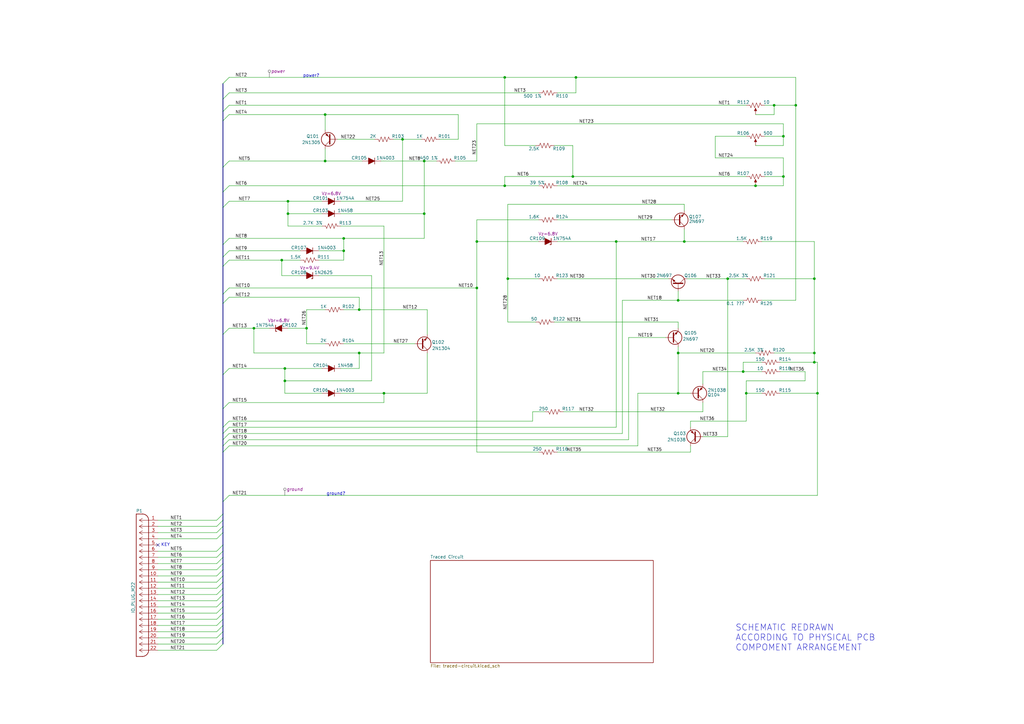
<source format=kicad_sch>
(kicad_sch (version 20231120) (generator "eeschema") (generator_version "8.0")
  (paper "A3")
  (title_block (title "APOLLO ERA MYSTERY PCB ASSEMBLY") (date "2024-11-17"))
  (lib_symbols
    (symbol ".stumbler:DIODE" (pin_numbers hide) (pin_names (offset 1.016) hide)
      (property "Reference" "D" (at 0 2.54 0))
      (property "Value" "DIODE" (at 0 -2.54 0))
      (symbol "DIODE_0_1"
        (polyline (pts (xy -1.27 1.27) (xy -1.27 -1.27)) (stroke (width 0.2032)))
        (polyline (pts (xy 1.27 0) (xy -1.27 0)))
        (polyline (pts (xy 1.27 1.27) (xy 1.27 -1.27) (xy -1.27 0) (xy 1.27 1.27)) (stroke (width 0.2032)) (fill (type outline)))
      )
      (symbol "DIODE_1_1"
        (pin passive line (at -3.81 0 0) (length 2.54) (name "K") (number "1"))
        (pin passive line (at 3.81 0 180) (length 2.54) (name "A") (number "2"))
      )
    )
    (symbol ".stumbler:D_Zener_Filled" (pin_numbers hide) (pin_names (offset 1.016) hide)
      (property "Reference" "D" (at 0 2.54 0))
      (property "Value" "D_Zener_Filled" (at 0 -2.54 0))
      (symbol "D_Zener_Filled_0_1"
        (polyline (pts (xy 1.27 0) (xy -1.27 0)))
        (polyline (pts (xy -1.27 -1.27) (xy -1.27 1.27) (xy -0.762 1.27)) (stroke (width 0.254)))
        (polyline (pts (xy 1.27 -1.27) (xy 1.27 1.27) (xy -1.27 0) (xy 1.27 -1.27)) (stroke (width 0.254)) (fill (type outline)))
      )
      (symbol "D_Zener_Filled_1_1"
        (pin passive line (at -3.81 0 0) (length 2.54) (name "K") (number "1"))
        (pin passive line (at 3.81 0 180) (length 2.54) (name "A") (number "2"))
      )
    )
    (symbol ".stumbler:IO_PLUG_M22" (pin_names (offset 1.016) hide)
      (property "Reference" "P" (at 0 30.48 0))
      (property "Value" "IO_PLUG_M22" (at 0 -30.48 0))
      (symbol "IO_PLUG_M22_1_1"
        (polyline (pts (xy 0 -29.21) (xy 2.54 -29.21)) (stroke (width 0.254)))
        (polyline (pts (xy 0 29.21) (xy 0 -29.21)) (stroke (width 0.254)))
        (polyline (pts (xy 0 29.21) (xy 2.54 29.21)) (stroke (width 0.254)))
        (polyline (pts (xy 1.27 -26.67) (xy 2.54 -27.432)) (stroke (width 0.1524)))
        (polyline (pts (xy 1.27 -26.67) (xy 2.54 -25.908)) (stroke (width 0.1524)))
        (polyline (pts (xy 1.27 -24.13) (xy 2.54 -24.892)) (stroke (width 0.1524)))
        (polyline (pts (xy 1.27 -24.13) (xy 2.54 -23.368)) (stroke (width 0.1524)))
        (polyline (pts (xy 1.27 -21.59) (xy 2.54 -22.352)) (stroke (width 0.1524)))
        (polyline (pts (xy 1.27 -21.59) (xy 2.54 -20.828)) (stroke (width 0.1524)))
        (polyline (pts (xy 1.27 -19.05) (xy 2.54 -19.812)) (stroke (width 0.1524)))
        (polyline (pts (xy 1.27 -19.05) (xy 2.54 -18.288)) (stroke (width 0.1524)))
        (polyline (pts (xy 1.27 -16.51) (xy 2.54 -17.272)) (stroke (width 0.1524)))
        (polyline (pts (xy 1.27 -16.51) (xy 2.54 -15.748)) (stroke (width 0.1524)))
        (polyline (pts (xy 1.27 -13.97) (xy 2.54 -14.732)) (stroke (width 0.1524)))
        (polyline (pts (xy 1.27 -13.97) (xy 2.54 -13.208)) (stroke (width 0.1524)))
        (polyline (pts (xy 1.27 -11.43) (xy 2.54 -12.192)) (stroke (width 0.1524)))
        (polyline (pts (xy 1.27 -11.43) (xy 2.54 -10.668)) (stroke (width 0.1524)))
        (polyline (pts (xy 1.27 -8.89) (xy 2.54 -9.652)) (stroke (width 0.1524)))
        (polyline (pts (xy 1.27 -8.89) (xy 2.54 -8.128)) (stroke (width 0.1524)))
        (polyline (pts (xy 1.27 -6.35) (xy 2.54 -7.112)) (stroke (width 0.1524)))
        (polyline (pts (xy 1.27 -6.35) (xy 2.54 -5.588)) (stroke (width 0.1524)))
        (polyline (pts (xy 1.27 -3.81) (xy 2.54 -4.572)) (stroke (width 0.1524)))
        (polyline (pts (xy 1.27 -3.81) (xy 2.54 -3.048)) (stroke (width 0.1524)))
        (polyline (pts (xy 1.27 -1.27) (xy 2.54 -2.032)) (stroke (width 0.1524)))
        (polyline (pts (xy 1.27 -1.27) (xy 2.54 -0.508)) (stroke (width 0.1524)))
        (polyline (pts (xy 1.27 1.27) (xy 2.54 0.508)) (stroke (width 0.1524)))
        (polyline (pts (xy 1.27 1.27) (xy 2.54 2.032)) (stroke (width 0.1524)))
        (polyline (pts (xy 1.27 3.81) (xy 2.54 3.048)) (stroke (width 0.1524)))
        (polyline (pts (xy 1.27 3.81) (xy 2.54 4.572)) (stroke (width 0.1524)))
        (polyline (pts (xy 1.27 6.35) (xy 2.54 5.588)) (stroke (width 0.1524)))
        (polyline (pts (xy 1.27 6.35) (xy 2.54 7.112)) (stroke (width 0.1524)))
        (polyline (pts (xy 1.27 8.89) (xy 2.54 8.128)) (stroke (width 0.1524)))
        (polyline (pts (xy 1.27 8.89) (xy 2.54 9.652)) (stroke (width 0.1524)))
        (polyline (pts (xy 1.27 11.43) (xy 2.54 10.668)) (stroke (width 0.1524)))
        (polyline (pts (xy 1.27 11.43) (xy 2.54 12.192)) (stroke (width 0.1524)))
        (polyline (pts (xy 1.27 13.97) (xy 2.54 13.208)) (stroke (width 0.1524)))
        (polyline (pts (xy 1.27 13.97) (xy 2.54 14.732)) (stroke (width 0.1524)))
        (polyline (pts (xy 1.27 16.51) (xy 2.54 15.748)) (stroke (width 0.1524)))
        (polyline (pts (xy 1.27 16.51) (xy 2.54 17.272)) (stroke (width 0.1524)))
        (polyline (pts (xy 1.27 19.05) (xy 2.54 18.288)) (stroke (width 0.1524)))
        (polyline (pts (xy 1.27 19.05) (xy 2.54 19.812)) (stroke (width 0.1524)))
        (polyline (pts (xy 1.27 21.59) (xy 2.54 20.828)) (stroke (width 0.1524)))
        (polyline (pts (xy 1.27 21.59) (xy 2.54 22.352)) (stroke (width 0.1524)))
        (polyline (pts (xy 1.27 24.13) (xy 2.54 23.368)) (stroke (width 0.1524)))
        (polyline (pts (xy 1.27 24.13) (xy 2.54 24.892)) (stroke (width 0.1524)))
        (polyline (pts (xy 1.27 26.67) (xy 2.54 25.908)) (stroke (width 0.1524)))
        (polyline (pts (xy 1.27 26.67) (xy 2.54 27.432)) (stroke (width 0.1524)))
        (polyline (pts (xy 5.08 -26.67) (xy 1.27 -26.67)) (stroke (width 0.1524)))
        (polyline (pts (xy 5.08 -24.13) (xy 1.27 -24.13)) (stroke (width 0.1524)))
        (polyline (pts (xy 5.08 -21.59) (xy 1.27 -21.59)) (stroke (width 0.1524)))
        (polyline (pts (xy 5.08 -19.05) (xy 1.27 -19.05)) (stroke (width 0.1524)))
        (polyline (pts (xy 5.08 -16.51) (xy 1.27 -16.51)) (stroke (width 0.1524)))
        (polyline (pts (xy 5.08 -13.97) (xy 1.27 -13.97)) (stroke (width 0.1524)))
        (polyline (pts (xy 5.08 -11.43) (xy 1.27 -11.43)) (stroke (width 0.1524)))
        (polyline (pts (xy 5.08 -8.89) (xy 1.27 -8.89)) (stroke (width 0.1524)))
        (polyline (pts (xy 5.08 -6.35) (xy 1.27 -6.35)) (stroke (width 0.1524)))
        (polyline (pts (xy 5.08 -3.81) (xy 1.27 -3.81)) (stroke (width 0.1524)))
        (polyline (pts (xy 5.08 -1.27) (xy 1.27 -1.27)) (stroke (width 0.1524)))
        (polyline (pts (xy 5.08 1.27) (xy 1.27 1.27)) (stroke (width 0.1524)))
        (polyline (pts (xy 5.08 3.81) (xy 1.27 3.81)) (stroke (width 0.1524)))
        (polyline (pts (xy 5.08 6.35) (xy 1.27 6.35)) (stroke (width 0.1524)))
        (polyline (pts (xy 5.08 8.89) (xy 1.27 8.89)) (stroke (width 0.1524)))
        (polyline (pts (xy 5.08 11.43) (xy 1.27 11.43)) (stroke (width 0.1524)))
        (polyline (pts (xy 5.08 13.97) (xy 1.27 13.97)) (stroke (width 0.1524)))
        (polyline (pts (xy 5.08 16.51) (xy 1.27 16.51)) (stroke (width 0.1524)))
        (polyline (pts (xy 5.08 19.05) (xy 1.27 19.05)) (stroke (width 0.1524)))
        (polyline (pts (xy 5.08 21.59) (xy 1.27 21.59)) (stroke (width 0.1524)))
        (polyline (pts (xy 5.08 24.13) (xy 1.27 24.13)) (stroke (width 0.1524)))
        (polyline (pts (xy 5.08 26.67) (xy 1.27 26.67)) (stroke (width 0.1524)))
        (polyline (pts (xy 5.08 26.67) (xy 5.08 -26.67)) (stroke (width 0.254)))
        (arc (start 2.54 -29.21) (mid 4.3234 -28.4534) (end 5.08 -26.67) (stroke (width 0.254)))
        (arc (start 5.08 26.67) (mid 4.3413 28.4713) (end 2.54 29.21) (stroke (width 0.254)))
        (pin passive line (at 8.89 26.67 180) (length 3.81) (name "Pin_1") (number "1"))
        (pin passive line (at 8.89 3.81 180) (length 3.81) (name "Pin_10") (number "10"))
        (pin passive line (at 8.89 1.27 180) (length 3.81) (name "Pin_11") (number "11"))
        (pin passive line (at 8.89 -1.27 180) (length 3.81) (name "Pin_12") (number "12"))
        (pin passive line (at 8.89 -3.81 180) (length 3.81) (name "Pin_13") (number "13"))
        (pin passive line (at 8.89 -6.35 180) (length 3.81) (name "Pin_14") (number "14"))
        (pin passive line (at 8.89 -8.89 180) (length 3.81) (name "Pin_15") (number "15"))
        (pin passive line (at 8.89 -11.43 180) (length 3.81) (name "Pin_16") (number "16"))
        (pin passive line (at 8.89 -13.97 180) (length 3.81) (name "Pin_17") (number "17"))
        (pin passive line (at 8.89 -16.51 180) (length 3.81) (name "Pin_18") (number "18"))
        (pin passive line (at 8.89 -19.05 180) (length 3.81) (name "Pin_19") (number "19"))
        (pin passive line (at 8.89 24.13 180) (length 3.81) (name "Pin_2") (number "2"))
        (pin passive line (at 8.89 -21.59 180) (length 3.81) (name "Pin_20") (number "20"))
        (pin passive line (at 8.89 -24.13 180) (length 3.81) (name "Pin_21") (number "21"))
        (pin passive line (at 8.89 -26.67 180) (length 3.81) (name "Pin_22") (number "22"))
        (pin passive line (at 8.89 21.59 180) (length 3.81) (name "Pin_3") (number "3"))
        (pin passive line (at 8.89 19.05 180) (length 3.81) (name "Pin_4") (number "4"))
        (pin passive line (at 8.89 16.51 180) (length 3.81) (name "Pin_5") (number "5"))
        (pin passive line (at 8.89 13.97 180) (length 3.81) (name "Pin_6") (number "6"))
        (pin passive line (at 8.89 11.43 180) (length 3.81) (name "Pin_7") (number "7"))
        (pin passive line (at 8.89 8.89 180) (length 3.81) (name "Pin_8") (number "8"))
        (pin passive line (at 8.89 6.35 180) (length 3.81) (name "Pin_9") (number "9"))
      )
    )
    (symbol ".stumbler:Q_NPN_EBC_SHORT" (pin_numbers hide) (pin_names (offset 0) hide)
      (property "Reference" "Q" (at 5.08 1.27 0))
      (property "Value" "Q_NPN_EBC" (at 5.08 -1.27 0))
      (symbol "Q_NPN_EBC_SHORT_0_1"
        (polyline (pts (xy -1.27 0) (xy 0.635 0)))
        (polyline (pts (xy 0.635 0.635) (xy 2.54 2.54)))
        (polyline (pts (xy 0.635 -0.635) (xy 2.54 -2.54) (xy 2.54 -2.54)))
        (polyline (pts (xy 0.635 1.905) (xy 0.635 -1.905) (xy 0.635 -1.905)) (stroke (width 0.508)))
        (polyline (pts (xy 1.27 -1.778) (xy 1.778 -1.27) (xy 2.286 -2.286) (xy 1.27 -1.778) (xy 1.27 -1.778)) (fill (type outline)))
        (circle (center 1.27 0) (radius 2.8194) (stroke (width 0.254)))
      )
      (symbol "Q_NPN_EBC_SHORT_1_1"
        (pin passive line (at 2.54 -3.81 90) (length 1.27) (name "E") (number "1"))
        (pin passive line (at -2.54 0 0) (length 1.27) (name "B") (number "2"))
        (pin passive line (at 2.54 3.81 270) (length 1.27) (name "C") (number "3"))
      )
    )
    (symbol ".stumbler:Q_PNP_EBC_SHORT" (pin_numbers hide) (pin_names (offset 0) hide)
      (property "Reference" "Q" (at 5.08 1.27 0))
      (property "Value" "Q_PNP_EBC" (at 5.08 -1.27 0))
      (symbol "Q_PNP_EBC_SHORT_0_1"
        (polyline (pts (xy -1.27 0) (xy 0.635 0)))
        (polyline (pts (xy 0.635 0.635) (xy 2.54 2.54)))
        (polyline (pts (xy 0.635 -0.635) (xy 2.54 -2.54) (xy 2.54 -2.54)))
        (polyline (pts (xy 0.635 1.905) (xy 0.635 -1.905) (xy 0.635 -1.905)) (stroke (width 0.508)))
        (polyline (pts (xy 2.286 -1.778) (xy 1.778 -2.286) (xy 1.27 -1.27) (xy 2.286 -1.778) (xy 2.286 -1.778)) (fill (type outline)))
        (circle (center 1.27 0) (radius 2.8194) (stroke (width 0.254)))
      )
      (symbol "Q_PNP_EBC_SHORT_1_1"
        (pin passive line (at 2.54 -3.81 90) (length 1.27) (name "E") (number "1"))
        (pin input line (at -2.54 0 0) (length 1.27) (name "B") (number "2"))
        (pin passive line (at 2.54 3.81 270) (length 1.27) (name "C") (number "3"))
      )
    )
    (symbol ".stumbler:RES" (pin_numbers hide) (pin_names (offset 0))
      (property "Reference" "R" (at 2.54 0 90))
      (property "Value" "RES" (at -2.54 0 90))
      (symbol "RES_0_1"
        (polyline (pts (xy 0 -2.286) (xy 0 -2.54)))
        (polyline (pts (xy 0 2.286) (xy 0 2.54)))
        (polyline (pts (xy 0 -0.762) (xy 1.016 -1.143) (xy 0 -1.524) (xy -1.016 -1.905) (xy 0 -2.286)))
        (polyline (pts (xy 0 0.762) (xy 1.016 0.381) (xy 0 0) (xy -1.016 -0.381) (xy 0 -0.762)))
        (polyline (pts (xy 0 2.286) (xy 1.016 1.905) (xy 0 1.524) (xy -1.016 1.143) (xy 0 0.762)))
      )
      (symbol "RES_1_1"
        (pin passive line (at 0 3.81 270) (length 1.27) (name "~") (number "1"))
        (pin passive line (at 0 -3.81 90) (length 1.27) (name "~") (number "2"))
      )
    )
    (symbol ".stumbler:R_Potentiometer_US" (pin_numbers hide) (pin_names (offset 1.016) hide)
      (property "Reference" "RV" (at -4.445 0 90))
      (property "Value" "R_Potentiometer_US" (at -2.54 0 90))
      (symbol "R_Potentiometer_US_0_1"
        (polyline (pts (xy 0 -2.286) (xy 0 -2.54)))
        (polyline (pts (xy 0 2.54) (xy 0 2.286)))
        (polyline (pts (xy 2.54 0) (xy 1.524 0)))
        (polyline (pts (xy 1.143 0) (xy 2.286 0.508) (xy 2.286 -0.508) (xy 1.143 0)) (fill (type outline)))
        (polyline (pts (xy 0 -0.762) (xy 1.016 -1.143) (xy 0 -1.524) (xy -1.016 -1.905) (xy 0 -2.286)))
        (polyline (pts (xy 0 0.762) (xy 1.016 0.381) (xy 0 0) (xy -1.016 -0.381) (xy 0 -0.762)))
        (polyline (pts (xy 0 2.286) (xy 1.016 1.905) (xy 0 1.524) (xy -1.016 1.143) (xy 0 0.762)))
      )
      (symbol "R_Potentiometer_US_1_1"
        (pin passive line (at 0 3.81 270) (length 1.27) (name "1") (number "1"))
        (pin passive line (at 3.81 0 180) (length 1.27) (name "2") (number "2"))
        (pin passive line (at 0 -3.81 90) (length 1.27) (name "3") (number "3"))
      )
    )
  )
  (junction (at 118.11 82.55))
  (junction (at 321.31 55.88))
  (junction (at 140.97 97.79))
  (junction (at 334.01 114.3))
  (junction (at 165.1 57.15))
  (junction (at 115.57 106.68))
  (junction (at 234.95 72.39))
  (junction (at 236.22 31.75))
  (junction (at 140.97 102.87))
  (junction (at 173.99 87.63))
  (junction (at 334.01 148.59))
  (junction (at 317.5 43.18))
  (junction (at 278.13 161.29))
  (junction (at 208.28 114.3))
  (junction (at 116.84 156.21))
  (junction (at 298.45 114.3))
  (junction (at 133.35 46.99))
  (junction (at 207.01 76.2))
  (junction (at 147.32 127))
  (junction (at 335.28 161.29))
  (junction (at 252.73 99.06))
  (junction (at 304.8 152.4))
  (junction (at 326.39 43.18))
  (junction (at 278.13 123.19))
  (junction (at 195.58 118.11))
  (junction (at 157.48 161.29))
  (junction (at 309.88 76.2))
  (junction (at 321.31 72.39))
  (junction (at 280.67 99.06))
  (junction (at 104.14 134.62))
  (junction (at 207.01 31.75))
  (junction (at 118.11 87.63))
  (junction (at 133.35 66.04))
  (junction (at 195.58 99.06))
  (junction (at 147.32 144.78))
  (junction (at 116.84 151.13))
  (junction (at 173.99 66.04))
  (junction (at 125.73 134.62))
  (junction (at 334.01 144.78))
  (junction (at 306.07 161.29))
  (junction (at 278.13 144.78))
  (no_connect (at 64.77 223.52))
  (bus_entry (at 91.44 175.26) (size 2.54 -2.54))
  (bus_entry (at 88.9 243.84) (size 2.54 -2.54))
  (bus_entry (at 91.44 45.72) (size 2.54 -2.54))
  (bus_entry (at 91.44 205.74) (size 2.54 -2.54))
  (bus_entry (at 88.9 226.06) (size 2.54 -2.54))
  (bus_entry (at 91.44 167.64) (size 2.54 -2.54))
  (bus_entry (at 91.44 49.53) (size 2.54 -2.54))
  (bus_entry (at 88.9 246.38) (size 2.54 -2.54))
  (bus_entry (at 88.9 233.68) (size 2.54 -2.54))
  (bus_entry (at 91.44 40.64) (size 2.54 -2.54))
  (bus_entry (at 88.9 261.62) (size 2.54 -2.54))
  (bus_entry (at 88.9 213.36) (size 2.54 -2.54))
  (bus_entry (at 91.44 153.67) (size 2.54 -2.54))
  (bus_entry (at 91.44 109.22) (size 2.54 -2.54))
  (bus_entry (at 88.9 259.08) (size 2.54 -2.54))
  (bus_entry (at 91.44 182.88) (size 2.54 -2.54))
  (bus_entry (at 91.44 105.41) (size 2.54 -2.54))
  (bus_entry (at 88.9 228.6) (size 2.54 -2.54))
  (bus_entry (at 91.44 85.09) (size 2.54 -2.54))
  (bus_entry (at 88.9 218.44) (size 2.54 -2.54))
  (bus_entry (at 88.9 236.22) (size 2.54 -2.54))
  (bus_entry (at 91.44 78.74) (size 2.54 -2.54))
  (bus_entry (at 88.9 215.9) (size 2.54 -2.54))
  (bus_entry (at 91.44 100.33) (size 2.54 -2.54))
  (bus_entry (at 91.44 180.34) (size 2.54 -2.54))
  (bus_entry (at 88.9 231.14) (size 2.54 -2.54))
  (bus_entry (at 88.9 254) (size 2.54 -2.54))
  (bus_entry (at 91.44 137.16) (size 2.54 -2.54))
  (bus_entry (at 88.9 220.98) (size 2.54 -2.54))
  (bus_entry (at 88.9 266.7) (size 2.54 -2.54))
  (bus_entry (at 88.9 264.16) (size 2.54 -2.54))
  (bus_entry (at 91.44 68.58) (size 2.54 -2.54))
  (bus_entry (at 91.44 120.65) (size 2.54 -2.54))
  (bus_entry (at 88.9 251.46) (size 2.54 -2.54))
  (bus_entry (at 91.44 34.29) (size 2.54 -2.54))
  (bus_entry (at 88.9 238.76) (size 2.54 -2.54))
  (bus_entry (at 91.44 124.46) (size 2.54 -2.54))
  (bus_entry (at 88.9 241.3) (size 2.54 -2.54))
  (bus_entry (at 88.9 248.92) (size 2.54 -2.54))
  (bus_entry (at 91.44 177.8) (size 2.54 -2.54))
  (bus_entry (at 91.44 185.42) (size 2.54 -2.54))
  (bus_entry (at 88.9 256.54) (size 2.54 -2.54))
  (wire (pts (xy 195.58 118.11) (xy 195.58 185.42)))
  (wire (pts (xy 64.77 218.44) (xy 88.9 218.44)))
  (wire (pts (xy 64.77 236.22) (xy 88.9 236.22)))
  (bus (pts (xy 91.44 78.74) (xy 91.44 85.09)))
  (wire (pts (xy 64.77 251.46) (xy 88.9 251.46)))
  (wire (pts (xy 309.88 46.99) (xy 317.5 46.99)))
  (wire (pts (xy 257.81 180.34) (xy 257.81 138.43)))
  (wire (pts (xy 118.11 87.63) (xy 132.08 87.63)))
  (wire (pts (xy 64.77 215.9) (xy 88.9 215.9)))
  (wire (pts (xy 288.29 179.07) (xy 298.45 179.07)))
  (wire (pts (xy 173.99 87.63) (xy 173.99 97.79)))
  (wire (pts (xy 93.98 118.11) (xy 195.58 118.11)))
  (wire (pts (xy 93.98 203.2) (xy 335.28 203.2)))
  (bus (pts (xy 91.44 167.64) (xy 91.44 175.26)))
  (bus (pts (xy 91.44 241.3) (xy 91.44 243.84)))
  (wire (pts (xy 157.48 144.78) (xy 147.32 144.78)))
  (wire (pts (xy 228.6 114.3) (xy 274.32 114.3)))
  (wire (pts (xy 320.04 148.59) (xy 334.01 148.59)))
  (wire (pts (xy 335.28 161.29) (xy 335.28 203.2)))
  (wire (pts (xy 173.99 66.04) (xy 173.99 87.63)))
  (wire (pts (xy 335.28 148.59) (xy 334.01 148.59)))
  (bus (pts (xy 91.44 34.29) (xy 91.44 40.64)))
  (wire (pts (xy 261.62 161.29) (xy 278.13 161.29)))
  (wire (pts (xy 293.37 64.77) (xy 321.31 64.77)))
  (wire (pts (xy 93.98 82.55) (xy 118.11 82.55)))
  (wire (pts (xy 175.26 144.78) (xy 175.26 161.29)))
  (wire (pts (xy 280.67 86.36) (xy 280.67 83.82)))
  (wire (pts (xy 64.77 259.08) (xy 88.9 259.08)))
  (wire (pts (xy 195.58 99.06) (xy 195.58 118.11)))
  (wire (pts (xy 321.31 50.8) (xy 195.58 50.8)))
  (bus (pts (xy 91.44 254) (xy 91.44 256.54)))
  (wire (pts (xy 321.31 72.39) (xy 313.69 72.39)))
  (bus (pts (xy 91.44 251.46) (xy 91.44 254)))
  (bus (pts (xy 91.44 226.06) (xy 91.44 228.6)))
  (wire (pts (xy 317.5 43.18) (xy 326.39 43.18)))
  (wire (pts (xy 118.11 82.55) (xy 132.08 82.55)))
  (wire (pts (xy 116.84 151.13) (xy 116.84 156.21)))
  (wire (pts (xy 93.98 31.75) (xy 207.01 31.75)))
  (wire (pts (xy 139.7 161.29) (xy 157.48 161.29)))
  (bus (pts (xy 91.44 215.9) (xy 91.44 218.44)))
  (wire (pts (xy 118.11 87.63) (xy 118.11 92.71)))
  (wire (pts (xy 64.77 226.06) (xy 88.9 226.06)))
  (wire (pts (xy 228.6 90.17) (xy 275.59 90.17)))
  (wire (pts (xy 165.1 82.55) (xy 165.1 57.15)))
  (wire (pts (xy 133.35 66.04) (xy 148.59 66.04)))
  (wire (pts (xy 280.67 99.06) (xy 304.8 99.06)))
  (bus (pts (xy 91.44 243.84) (xy 91.44 246.38)))
  (wire (pts (xy 147.32 121.92) (xy 147.32 127)))
  (wire (pts (xy 64.77 246.38) (xy 88.9 246.38)))
  (wire (pts (xy 64.77 261.62) (xy 88.9 261.62)))
  (wire (pts (xy 255.27 123.19) (xy 278.13 123.19)))
  (wire (pts (xy 125.73 134.62) (xy 125.73 127)))
  (wire (pts (xy 64.77 233.68) (xy 88.9 233.68)))
  (wire (pts (xy 255.27 123.19) (xy 255.27 177.8)))
  (wire (pts (xy 304.8 152.4) (xy 312.42 152.4)))
  (bus (pts (xy 91.44 223.52) (xy 91.44 226.06)))
  (bus (pts (xy 91.44 177.8) (xy 91.44 180.34)))
  (wire (pts (xy 147.32 151.13) (xy 139.7 151.13)))
  (wire (pts (xy 234.95 72.39) (xy 306.07 72.39)))
  (wire (pts (xy 93.98 180.34) (xy 257.81 180.34)))
  (wire (pts (xy 326.39 43.18) (xy 326.39 31.75)))
  (wire (pts (xy 180.34 57.15) (xy 187.96 57.15)))
  (wire (pts (xy 320.04 152.4) (xy 330.2 152.4)))
  (wire (pts (xy 64.77 256.54) (xy 88.9 256.54)))
  (wire (pts (xy 231.14 168.91) (xy 288.29 168.91)))
  (wire (pts (xy 125.73 127) (xy 133.35 127)))
  (wire (pts (xy 140.97 97.79) (xy 140.97 102.87)))
  (wire (pts (xy 304.8 148.59) (xy 304.8 152.4)))
  (wire (pts (xy 139.7 82.55) (xy 165.1 82.55)))
  (wire (pts (xy 207.01 59.69) (xy 219.71 59.69)))
  (wire (pts (xy 93.98 102.87) (xy 123.19 102.87)))
  (bus (pts (xy 91.44 180.34) (xy 91.44 182.88)))
  (wire (pts (xy 330.2 156.21) (xy 306.07 156.21)))
  (wire (pts (xy 317.5 144.78) (xy 334.01 144.78)))
  (wire (pts (xy 208.28 132.08) (xy 208.28 114.3)))
  (wire (pts (xy 288.29 152.4) (xy 288.29 157.48)))
  (wire (pts (xy 257.81 138.43) (xy 273.05 138.43)))
  (wire (pts (xy 118.11 92.71) (xy 132.08 92.71)))
  (wire (pts (xy 173.99 87.63) (xy 139.7 87.63)))
  (wire (pts (xy 133.35 46.99) (xy 133.35 53.34)))
  (wire (pts (xy 93.98 97.79) (xy 140.97 97.79)))
  (wire (pts (xy 293.37 55.88) (xy 306.07 55.88)))
  (wire (pts (xy 283.21 185.42) (xy 283.21 182.88)))
  (wire (pts (xy 116.84 156.21) (xy 152.4 156.21)))
  (wire (pts (xy 306.07 161.29) (xy 312.42 161.29)))
  (wire (pts (xy 118.11 134.62) (xy 125.73 134.62)))
  (wire (pts (xy 252.73 99.06) (xy 280.67 99.06)))
  (wire (pts (xy 326.39 123.19) (xy 326.39 43.18)))
  (wire (pts (xy 228.6 38.1) (xy 236.22 38.1)))
  (bus (pts (xy 91.44 40.64) (xy 91.44 45.72)))
  (wire (pts (xy 313.69 114.3) (xy 334.01 114.3)))
  (wire (pts (xy 64.77 228.6) (xy 88.9 228.6)))
  (wire (pts (xy 115.57 106.68) (xy 115.57 113.03)))
  (wire (pts (xy 208.28 83.82) (xy 280.67 83.82)))
  (wire (pts (xy 280.67 93.98) (xy 280.67 99.06)))
  (wire (pts (xy 93.98 76.2) (xy 207.01 76.2)))
  (wire (pts (xy 93.98 175.26) (xy 252.73 175.26)))
  (wire (pts (xy 64.77 254) (xy 88.9 254)))
  (wire (pts (xy 104.14 144.78) (xy 147.32 144.78)))
  (wire (pts (xy 334.01 114.3) (xy 334.01 144.78)))
  (wire (pts (xy 118.11 82.55) (xy 118.11 87.63)))
  (wire (pts (xy 133.35 46.99) (xy 187.96 46.99)))
  (bus (pts (xy 91.44 49.53) (xy 91.44 68.58)))
  (wire (pts (xy 116.84 156.21) (xy 116.84 161.29)))
  (bus (pts (xy 91.44 238.76) (xy 91.44 241.3)))
  (bus (pts (xy 91.44 182.88) (xy 91.44 185.42)))
  (wire (pts (xy 152.4 113.03) (xy 152.4 156.21)))
  (wire (pts (xy 278.13 144.78) (xy 309.88 144.78)))
  (wire (pts (xy 161.29 57.15) (xy 165.1 57.15)))
  (bus (pts (xy 91.44 105.41) (xy 91.44 109.22)))
  (bus (pts (xy 91.44 210.82) (xy 91.44 213.36)))
  (wire (pts (xy 93.98 43.18) (xy 306.07 43.18)))
  (wire (pts (xy 187.96 57.15) (xy 187.96 46.99)))
  (bus (pts (xy 91.44 153.67) (xy 91.44 167.64)))
  (wire (pts (xy 115.57 113.03) (xy 123.19 113.03)))
  (wire (pts (xy 219.71 132.08) (xy 208.28 132.08)))
  (bus (pts (xy 91.44 256.54) (xy 91.44 259.08)))
  (wire (pts (xy 104.14 134.62) (xy 110.49 134.62)))
  (wire (pts (xy 147.32 127) (xy 140.97 127)))
  (wire (pts (xy 125.73 140.97) (xy 125.73 134.62)))
  (bus (pts (xy 91.44 109.22) (xy 91.44 120.65)))
  (wire (pts (xy 195.58 50.8) (xy 195.58 66.04)))
  (bus (pts (xy 91.44 100.33) (xy 91.44 105.41)))
  (bus (pts (xy 91.44 233.68) (xy 91.44 236.22)))
  (wire (pts (xy 207.01 76.2) (xy 207.01 72.39)))
  (wire (pts (xy 309.88 76.2) (xy 321.31 76.2)))
  (wire (pts (xy 208.28 114.3) (xy 208.28 83.82)))
  (wire (pts (xy 93.98 38.1) (xy 220.98 38.1)))
  (wire (pts (xy 138.43 57.15) (xy 153.67 57.15)))
  (wire (pts (xy 207.01 31.75) (xy 207.01 59.69)))
  (wire (pts (xy 207.01 31.75) (xy 236.22 31.75)))
  (wire (pts (xy 283.21 175.26) (xy 283.21 172.72)))
  (wire (pts (xy 227.33 132.08) (xy 278.13 132.08)))
  (wire (pts (xy 195.58 99.06) (xy 220.98 99.06)))
  (wire (pts (xy 317.5 46.99) (xy 317.5 43.18)))
  (wire (pts (xy 157.48 161.29) (xy 175.26 161.29)))
  (wire (pts (xy 321.31 64.77) (xy 321.31 72.39)))
  (wire (pts (xy 321.31 55.88) (xy 321.31 59.69)))
  (wire (pts (xy 312.42 99.06) (xy 334.01 99.06)))
  (wire (pts (xy 227.33 59.69) (xy 234.95 59.69)))
  (wire (pts (xy 93.98 165.1) (xy 157.48 165.1)))
  (wire (pts (xy 278.13 144.78) (xy 278.13 161.29)))
  (wire (pts (xy 313.69 43.18) (xy 317.5 43.18)))
  (wire (pts (xy 130.81 113.03) (xy 152.4 113.03)))
  (wire (pts (xy 278.13 161.29) (xy 283.21 161.29)))
  (wire (pts (xy 140.97 102.87) (xy 130.81 102.87)))
  (wire (pts (xy 147.32 144.78) (xy 147.32 151.13)))
  (wire (pts (xy 64.77 266.7) (xy 88.9 266.7)))
  (wire (pts (xy 195.58 90.17) (xy 220.98 90.17)))
  (wire (pts (xy 157.48 161.29) (xy 157.48 165.1)))
  (wire (pts (xy 306.07 161.29) (xy 306.07 172.72)))
  (bus (pts (xy 91.44 45.72) (xy 91.44 49.53)))
  (wire (pts (xy 130.81 106.68) (xy 140.97 106.68)))
  (wire (pts (xy 293.37 64.77) (xy 293.37 55.88)))
  (wire (pts (xy 334.01 99.06) (xy 334.01 114.3)))
  (wire (pts (xy 261.62 182.88) (xy 261.62 161.29)))
  (wire (pts (xy 288.29 152.4) (xy 304.8 152.4)))
  (bus (pts (xy 91.44 228.6) (xy 91.44 231.14)))
  (wire (pts (xy 278.13 123.19) (xy 304.8 123.19)))
  (bus (pts (xy 91.44 68.58) (xy 91.44 78.74)))
  (wire (pts (xy 195.58 99.06) (xy 195.58 90.17)))
  (wire (pts (xy 116.84 161.29) (xy 132.08 161.29)))
  (bus (pts (xy 91.44 218.44) (xy 91.44 223.52)))
  (bus (pts (xy 91.44 246.38) (xy 91.44 248.92)))
  (wire (pts (xy 133.35 140.97) (xy 125.73 140.97)))
  (wire (pts (xy 334.01 144.78) (xy 334.01 148.59)))
  (wire (pts (xy 140.97 97.79) (xy 173.99 97.79)))
  (wire (pts (xy 104.14 134.62) (xy 104.14 144.78)))
  (wire (pts (xy 278.13 119.38) (xy 278.13 123.19)))
  (bus (pts (xy 91.44 213.36) (xy 91.44 215.9)))
  (wire (pts (xy 313.69 55.88) (xy 321.31 55.88)))
  (wire (pts (xy 330.2 152.4) (xy 330.2 156.21)))
  (wire (pts (xy 133.35 60.96) (xy 133.35 66.04)))
  (wire (pts (xy 93.98 66.04) (xy 133.35 66.04)))
  (wire (pts (xy 93.98 134.62) (xy 104.14 134.62)))
  (wire (pts (xy 64.77 231.14) (xy 88.9 231.14)))
  (wire (pts (xy 64.77 220.98) (xy 88.9 220.98)))
  (wire (pts (xy 165.1 57.15) (xy 172.72 57.15)))
  (bus (pts (xy 91.44 124.46) (xy 91.44 137.16)))
  (wire (pts (xy 218.44 168.91) (xy 218.44 172.72)))
  (wire (pts (xy 321.31 76.2) (xy 321.31 72.39)))
  (bus (pts (xy 91.44 185.42) (xy 91.44 205.74)))
  (wire (pts (xy 64.77 264.16) (xy 88.9 264.16)))
  (wire (pts (xy 220.98 185.42) (xy 195.58 185.42)))
  (bus (pts (xy 91.44 259.08) (xy 91.44 261.62)))
  (wire (pts (xy 218.44 168.91) (xy 223.52 168.91)))
  (bus (pts (xy 91.44 205.74) (xy 91.44 210.82)))
  (wire (pts (xy 321.31 55.88) (xy 321.31 50.8)))
  (wire (pts (xy 64.77 243.84) (xy 88.9 243.84)))
  (wire (pts (xy 173.99 66.04) (xy 179.07 66.04)))
  (bus (pts (xy 91.44 261.62) (xy 91.44 264.16)))
  (wire (pts (xy 208.28 114.3) (xy 220.98 114.3)))
  (wire (pts (xy 236.22 31.75) (xy 326.39 31.75)))
  (wire (pts (xy 140.97 140.97) (xy 170.18 140.97)))
  (bus (pts (xy 91.44 85.09) (xy 91.44 100.33)))
  (wire (pts (xy 312.42 148.59) (xy 304.8 148.59)))
  (wire (pts (xy 93.98 182.88) (xy 261.62 182.88)))
  (wire (pts (xy 228.6 185.42) (xy 283.21 185.42)))
  (wire (pts (xy 234.95 72.39) (xy 207.01 72.39)))
  (bus (pts (xy 91.44 175.26) (xy 91.44 177.8)))
  (wire (pts (xy 281.94 114.3) (xy 298.45 114.3)))
  (wire (pts (xy 320.04 161.29) (xy 335.28 161.29)))
  (wire (pts (xy 116.84 151.13) (xy 132.08 151.13)))
  (bus (pts (xy 91.44 248.92) (xy 91.44 251.46)))
  (wire (pts (xy 64.77 238.76) (xy 88.9 238.76)))
  (wire (pts (xy 228.6 76.2) (xy 309.88 76.2)))
  (wire (pts (xy 157.48 92.71) (xy 157.48 144.78)))
  (wire (pts (xy 93.98 151.13) (xy 116.84 151.13)))
  (wire (pts (xy 115.57 106.68) (xy 123.19 106.68)))
  (wire (pts (xy 252.73 99.06) (xy 252.73 175.26)))
  (wire (pts (xy 312.42 123.19) (xy 326.39 123.19)))
  (wire (pts (xy 228.6 99.06) (xy 252.73 99.06)))
  (wire (pts (xy 140.97 106.68) (xy 140.97 102.87)))
  (wire (pts (xy 306.07 156.21) (xy 306.07 161.29)))
  (wire (pts (xy 335.28 148.59) (xy 335.28 161.29)))
  (bus (pts (xy 91.44 231.14) (xy 91.44 233.68)))
  (wire (pts (xy 93.98 177.8) (xy 255.27 177.8)))
  (wire (pts (xy 156.21 66.04) (xy 173.99 66.04)))
  (wire (pts (xy 288.29 168.91) (xy 288.29 165.1)))
  (wire (pts (xy 234.95 59.69) (xy 234.95 72.39)))
  (wire (pts (xy 195.58 66.04) (xy 186.69 66.04)))
  (wire (pts (xy 321.31 59.69) (xy 309.88 59.69)))
  (wire (pts (xy 147.32 127) (xy 175.26 127)))
  (wire (pts (xy 64.77 241.3) (xy 88.9 241.3)))
  (wire (pts (xy 93.98 106.68) (xy 115.57 106.68)))
  (wire (pts (xy 64.77 248.92) (xy 88.9 248.92)))
  (wire (pts (xy 278.13 144.78) (xy 278.13 142.24)))
  (bus (pts (xy 91.44 236.22) (xy 91.44 238.76)))
  (wire (pts (xy 93.98 121.92) (xy 147.32 121.92)))
  (bus (pts (xy 91.44 120.65) (xy 91.44 124.46)))
  (wire (pts (xy 207.01 76.2) (xy 220.98 76.2)))
  (wire (pts (xy 175.26 137.16) (xy 175.26 127)))
  (wire (pts (xy 283.21 172.72) (xy 306.07 172.72)))
  (wire (pts (xy 298.45 114.3) (xy 298.45 179.07)))
  (wire (pts (xy 93.98 46.99) (xy 133.35 46.99)))
  (wire (pts (xy 139.7 92.71) (xy 157.48 92.71)))
  (wire (pts (xy 278.13 134.62) (xy 278.13 132.08)))
  (bus (pts (xy 91.44 137.16) (xy 91.44 153.67)))
  (wire (pts (xy 298.45 114.3) (xy 306.07 114.3)))
  (wire (pts (xy 218.44 172.72) (xy 93.98 172.72)))
  (wire (pts (xy 64.77 213.36) (xy 88.9 213.36)))
  (wire (pts (xy 236.22 31.75) (xy 236.22 38.1)))
  (text "KEY" (at 66.04 223.52 0) (effects (font (size 1.27 1.27)) (justify left)))
  (text "power?" (at 127.635 31.115 0) (effects (font (size 1.27 1.27))))
  (text "SCHEMATIC REDRAWN\nACCORDING TO PHYSICAL PCB\nCOMPOMENT ARRANGEMENT" (at 301.625 261.62 0) (effects (font (size 2.54 2.54)) (justify left)))
  (text "ground?" (at 137.795 202.565 0) (effects (font (size 1.27 1.27))))
  (label "NET3" (at 96.52 38.1 0))
  (label "NET3" (at 210.82 38.1 0))
  (label "NET27" (at 161.29 140.97 0))
  (label "NET8" (at 96.52 97.79 0))
  (label "NET26" (at 125.73 133.35 90))
  (label "NET35" (at 232.41 185.42 0))
  (label "NET8" (at 69.85 233.68 0))
  (label "NET33" (at 289.56 114.3 0))
  (label "NET2" (at 96.52 31.75 0))
  (label "NET7" (at 97.79 82.55 0))
  (label "NET4" (at 96.52 46.99 0))
  (label "NET18" (at 95.25 177.8 0))
  (label "NET36" (at 287.02 172.72 0))
  (label "NET12" (at 69.85 243.84 0))
  (label "NET11" (at 69.85 241.3 0))
  (label "NET1" (at 294.64 43.18 0))
  (label "NET17" (at 262.89 99.06 0))
  (label "NET30" (at 262.89 114.3 0))
  (label "NET21" (at 95.25 203.2 0))
  (label "NET14" (at 69.85 248.92 0))
  (label "NET36" (at 323.85 152.4 0))
  (label "NET3" (at 69.85 218.44 0))
  (label "NET13" (at 95.25 134.62 0))
  (label "NET16" (at 95.25 172.72 0))
  (label "NET14" (at 95.25 151.13 0))
  (label "NET6" (at 69.85 228.6 0))
  (label "NET11" (at 96.52 106.68 0))
  (label "NET19" (at 69.85 261.62 0))
  (label "NET6" (at 294.64 72.39 0))
  (label "NET20" (at 95.25 182.88 0))
  (label "NET35" (at 265.43 185.42 0))
  (label "NET15" (at 69.85 251.46 0))
  (label "NET18" (at 69.85 259.08 0))
  (label "NET12" (at 96.52 121.92 0))
  (label "NET30" (at 233.68 114.3 0))
  (label "NET19" (at 95.25 180.34 0))
  (label "NET31" (at 232.41 132.08 0))
  (label "NET9" (at 69.85 236.22 0))
  (label "NET23" (at 195.58 63.5 90))
  (label "NET5" (at 97.79 66.04 0))
  (label "NET8" (at 167.64 66.04 0))
  (label "NET13" (at 157.48 102.87 270))
  (label "NET34" (at 292.1 152.4 0))
  (label "NET25" (at 149.86 82.55 0))
  (label "NET13" (at 69.85 246.38 0))
  (label "NET10" (at 96.52 118.11 0))
  (label "NET28" (at 269.24 83.82 180))
  (label "NET17" (at 95.25 175.26 0))
  (label "NET6" (at 212.09 72.39 0))
  (label "NET18" (at 265.43 123.19 0))
  (label "NET23" (at 237.49 50.8 0))
  (label "NET1" (at 96.52 43.18 0))
  (label "NET10" (at 187.96 118.11 0))
  (label "NET4" (at 69.85 220.98 0))
  (label "NET12" (at 165.1 127 0))
  (label "NET24" (at 294.64 64.77 0))
  (label "NET22" (at 139.7 57.15 0))
  (label "NET29" (at 261.62 90.17 0))
  (label "NET9" (at 96.52 102.87 0))
  (label "NET28" (at 208.28 127 90))
  (label "NET24" (at 234.95 76.2 0))
  (label "NET17" (at 69.85 256.54 0))
  (label "NET5" (at 69.85 226.06 0))
  (label "NET15" (at 95.25 165.1 0))
  (label "NET33" (at 288.29 179.07 0))
  (label "NET6" (at 96.52 76.2 0))
  (label "NET20" (at 287.02 144.78 0))
  (label "NET1" (at 69.85 213.36 0))
  (label "NET31" (at 264.16 132.08 0))
  (label "NET10" (at 69.85 238.76 0))
  (label "NET32" (at 237.49 168.91 0))
  (label "NET16" (at 69.85 254 0))
  (label "NET21" (at 69.85 266.7 0))
  (label "NET20" (at 69.85 264.16 0))
  (label "NET2" (at 69.85 215.9 0))
  (label "NET7" (at 69.85 231.14 0))
  (label "NET19" (at 261.62 138.43 0))
  (label "NET32" (at 266.7 168.91 0))
  (netclass_flag "" (length 2.54) (shape round) (at 116.84 203.2 0) (property "Netclass" "ground" (at 117.5385 200.66 0) (effects (font (italic yes)) (justify left))))
  (netclass_flag "" (length 2.54) (shape round) (at 110.49 31.75 0) (property "Netclass" "power" (at 111.1885 29.21 0) (effects (font (italic yes)) (justify left))))
  (symbol (lib_id ".stumbler:RES") (at 313.69 144.78 270) (mirror x) (unit 1)
    (property "Reference" "R120" (at 319.405 143.51 90))
    (property "Value" "2.5K 3%" (at 309.245 143.51 90))
    (property "Footprint" "Resistor_THT:R_Axial_DIN0414_L11.9mm_D4.5mm_P25.40mm_Horizontal" (effects (hide yes)))
  )
  (symbol (lib_id ".stumbler:DIODE") (at 152.4 66.04 180) (unit 1)
    (property "Reference" "CR105" (at 147.32 64.77 0))
    (property "Value" "1N4003" (at 158.115 64.77 0))
    (property "Footprint" "Diode_THT:D_DO-27_P15.24mm_Horizontal" (effects (hide yes)))
    (property "Description" "Zener diode, filled shape" (effects (hide yes)))
  )
  (symbol (lib_id ".stumbler:RES") (at 309.88 114.3 270) (mirror x) (unit 1)
    (property "Reference" "R121" (at 315.595 113.03 90))
    (property "Value" "2.5K 3%" (at 302.895 113.03 90))
    (property "Footprint" "Resistor_THT:R_Axial_DIN0414_L11.9mm_D4.5mm_P25.40mm_Horizontal" (effects (hide yes)))
  )
  (symbol (lib_id ".stumbler:RES") (at 224.79 185.42 270) (mirror x) (unit 1)
    (property "Reference" "R116" (at 230.505 184.15 90))
    (property "Value" "250" (at 220.345 184.15 90))
    (property "Footprint" "Resistor_THT:R_Axial_DIN0414_L11.9mm_D4.5mm_P25.40mm_Horizontal" (effects (hide yes)))
  )
  (symbol (lib_id ".stumbler:RES") (at 224.79 38.1 270) (unit 1)
    (property "Reference" "R110" (at 230.505 39.37 90))
    (property "Value" "500 1%" (at 218.44 39.37 90))
    (property "Footprint" "Resistor_THT:R_Axial_DIN0414_L11.9mm_D4.5mm_P25.40mm_Horizontal" (effects (hide yes)))
  )
  (symbol (lib_id ".stumbler:D_Zener_Filled") (at 224.79 99.06 180) (unit 1)
    (property "Reference" "CR109" (at 220.345 97.79 0))
    (property "Value" "1N754A" (at 230.505 97.79 0))
    (property "Footprint" "Diode_THT:D_DO-27_P15.24mm_Horizontal" (effects (hide yes)))
    (property "Description" "Zener diode, filled shape" (effects (hide yes)))
    (property "Field5" "Vz=6.8V" (at 224.79 95.885 0))
  )
  (symbol (lib_id ".stumbler:Q_PNP_EBC_SHORT") (at 285.75 161.29 0) (mirror x) (unit 1)
    (property "Reference" "Q104" (at 292.735 161.925 0))
    (property "Value" "2N1038" (at 294.005 160.02 0))
    (property "Footprint" "Package_TO_SOT_THT:TO-5-3" (effects (hide yes)))
    (property "Description" "PNP transistor, emitter/base/collector" (effects (hide yes)))
  )
  (symbol (lib_id ".stumbler:Q_PNP_EBC_SHORT") (at 285.75 179.07 180) (unit 1)
    (property "Reference" "Q103" (at 278.765 177.8 0))
    (property "Value" "2N1038" (at 277.495 180.34 0))
    (property "Footprint" "Package_TO_SOT_THT:TO-5-3" (effects (hide yes)))
    (property "Description" "PNP transistor, emitter/base/collector" (effects (hide yes)))
  )
  (symbol (lib_id ".stumbler:IO_PLUG_M22") (at 55.88 240.03 0) (unit 1)
    (property "Reference" "P1" (at 57.15 209.55 0))
    (property "Value" "IO_PLUG_M22" (at 54.61 245.11 90))
    (property "Footprint" ".stumbler:EDGE_22_SINGLE_p0.156" (effects (hide yes)))
  )
  (symbol (lib_id ".stumbler:RES") (at 316.23 161.29 270) (mirror x) (unit 1)
    (property "Reference" "R115" (at 321.945 160.02 90))
    (property "Value" "150" (at 311.785 160.02 90))
    (property "Footprint" "Resistor_THT:R_Axial_DIN0414_L11.9mm_D4.5mm_P25.40mm_Horizontal" (effects (hide yes)))
  )
  (symbol (lib_id ".stumbler:RES") (at 224.79 114.3 270) (mirror x) (unit 1)
    (property "Reference" "R123" (at 230.505 113.03 90))
    (property "Value" "10" (at 220.345 113.03 90))
    (property "Footprint" "Resistor_THT:R_Axial_DIN0414_L11.9mm_D4.5mm_P25.40mm_Horizontal" (effects (hide yes)))
  )
  (symbol (lib_id ".stumbler:RES") (at 308.61 99.06 270) (mirror x) (unit 1)
    (property "Reference" "R119" (at 314.325 97.79 90))
    (property "Value" "1.5K" (at 304.165 97.79 90))
    (property "Footprint" "Resistor_THT:R_Axial_DIN0414_L11.9mm_D4.5mm_P25.40mm_Horizontal" (effects (hide yes)))
  )
  (symbol (lib_id ".stumbler:RES") (at 137.16 140.97 270) (mirror x) (unit 1)
    (property "Reference" "R104" (at 142.875 139.7 90))
    (property "Value" "2K" (at 132.715 139.7 90))
    (property "Footprint" "Resistor_THT:R_Axial_DIN0414_L11.9mm_D4.5mm_P25.40mm_Horizontal" (effects (hide yes)))
  )
  (symbol (lib_id ".stumbler:RES") (at 135.89 92.71 270) (mirror x) (unit 1)
    (property "Reference" "R113" (at 141.605 91.44 90))
    (property "Value" "2.7K 3%" (at 128.27 91.44 90))
    (property "Footprint" "Resistor_THT:R_Axial_DIN0414_L11.9mm_D4.5mm_P25.40mm_Horizontal" (effects (hide yes)))
  )
  (symbol (lib_id ".stumbler:R_Potentiometer_US") (at 309.88 55.88 90) (mirror x) (unit 1)
    (property "Reference" "R106" (at 302.26 54.61 90) (effects (justify right)))
    (property "Value" "500" (at 313.055 54.61 90) (effects (justify right)))
    (property "Footprint" ".stumbler:Potentiometer_Bourns_224P" (effects (hide yes)))
    (property "Description" "Potentiometer, US symbol" (effects (hide yes)))
  )
  (symbol (lib_id ".stumbler:Q_NPN_EBC_SHORT") (at 278.13 90.17 0) (mirror x) (unit 1)
    (property "Reference" "Q107" (at 285.115 88.9 0))
    (property "Value" "2N697" (at 285.75 90.805 0))
    (property "Footprint" "Package_TO_SOT_THT:TO-5-3" (effects (hide yes)))
    (property "Description" "NPN transistor, emitter/base/collector" (effects (hide yes)))
  )
  (symbol (lib_id ".stumbler:RES") (at 223.52 132.08 270) (mirror x) (unit 1)
    (property "Reference" "R122" (at 229.235 130.81 90))
    (property "Value" "50" (at 219.075 130.81 90))
    (property "Footprint" "Resistor_THT:R_Axial_DIN0414_L11.9mm_D4.5mm_P25.40mm_Horizontal" (effects (hide yes)))
  )
  (symbol (lib_id ".stumbler:DIODE") (at 127 102.87 180) (unit 1)
    (property "Reference" "CR107" (at 122.555 101.6 0))
    (property "Value" "1N4003" (at 133.985 101.6 0))
    (property "Footprint" "Diode_THT:D_DO-27_P15.24mm_Horizontal" (effects (hide yes)))
    (property "Description" "Zener diode, filled shape" (effects (hide yes)))
  )
  (symbol (lib_id ".stumbler:Q_NPN_EBC_SHORT") (at 278.13 116.84 270) (mirror x) (unit 1)
    (property "Reference" "Q106" (at 283.21 113.03 90))
    (property "Value" "2N697" (at 272.415 113.03 90))
    (property "Footprint" "Package_TO_SOT_THT:TO-5-3" (effects (hide yes)))
    (property "Description" "NPN transistor, emitter/base/collector" (effects (hide yes)))
  )
  (symbol (lib_id ".stumbler:RES") (at 223.52 59.69 270) (unit 1)
    (property "Reference" "R109" (at 229.235 60.96 90))
    (property "Value" "2.5K" (at 219.075 60.96 90))
    (property "Footprint" "Resistor_THT:R_Axial_DIN0414_L11.9mm_D4.5mm_P25.40mm_Horizontal" (effects (hide yes)))
  )
  (symbol (lib_id ".stumbler:RES") (at 316.23 148.59 270) (mirror x) (unit 1)
    (property "Reference" "R114" (at 321.945 147.32 90))
    (property "Value" "150" (at 311.785 147.32 90))
    (property "Footprint" "Resistor_THT:R_Axial_DIN0414_L11.9mm_D4.5mm_P25.40mm_Horizontal" (effects (hide yes)))
  )
  (symbol (lib_id ".stumbler:DIODE") (at 135.89 161.29 180) (unit 1)
    (property "Reference" "CR106" (at 131.445 160.02 0))
    (property "Value" "1N4003" (at 141.605 160.02 0))
    (property "Footprint" "Diode_THT:D_DO-27_P15.24mm_Horizontal" (effects (hide yes)))
    (property "Description" "Zener diode, filled shape" (effects (hide yes)))
  )
  (symbol (lib_id ".stumbler:RES") (at 127 106.68 270) (mirror x) (unit 1)
    (property "Reference" "R111" (at 132.715 105.41 90))
    (property "Value" "1.5K" (at 121.285 105.41 90))
    (property "Footprint" "Resistor_THT:R_Axial_DIN0414_L11.9mm_D4.5mm_P25.40mm_Horizontal" (effects (hide yes)))
  )
  (symbol (lib_id ".stumbler:RES") (at 224.79 76.2 270) (mirror x) (unit 1)
    (property "Reference" "R108" (at 230.505 74.93 90))
    (property "Value" "39 5%" (at 220.345 74.93 90))
    (property "Footprint" "Resistor_THT:R_Axial_DIN0414_L11.9mm_D4.5mm_P25.40mm_Horizontal" (effects (hide yes)))
  )
  (symbol (lib_id ".stumbler:RES") (at 182.88 66.04 270) (mirror x) (unit 1)
    (property "Reference" "R105" (at 188.595 64.77 90))
    (property "Value" "450 1%" (at 175.895 64.77 90))
    (property "Footprint" "Resistor_THT:R_Axial_DIN0414_L11.9mm_D4.5mm_P25.40mm_Horizontal" (effects (hide yes)))
  )
  (symbol (lib_id ".stumbler:D_Zener_Filled") (at 127 113.03 180) (unit 1)
    (property "Reference" "CR108" (at 122.555 111.76 0))
    (property "Value" "1N2625" (at 132.715 111.76 0))
    (property "Footprint" "Diode_THT:D_DO-27_P15.24mm_Horizontal" (effects (hide yes)))
    (property "Description" "Zener diode, filled shape" (effects (hide yes)))
    (property "Field5" "Vz=9.4V" (at 127 109.855 0))
  )
  (symbol (lib_id ".stumbler:RES") (at 137.16 127 270) (mirror x) (unit 1)
    (property "Reference" "R102" (at 142.875 125.73 90))
    (property "Value" "1K" (at 132.715 125.73 90))
    (property "Footprint" "Resistor_THT:R_Axial_DIN0414_L11.9mm_D4.5mm_P25.40mm_Horizontal" (effects (hide yes)))
  )
  (symbol (lib_id ".stumbler:RES") (at 316.23 152.4 270) (mirror x) (unit 1)
    (property "Reference" "R118" (at 321.945 151.13 90))
    (property "Value" "10" (at 311.785 151.13 90))
    (property "Footprint" "Resistor_THT:R_Axial_DIN0414_L11.9mm_D4.5mm_P25.40mm_Horizontal" (effects (hide yes)))
  )
  (symbol (lib_id ".stumbler:Q_NPN_EBC_SHORT") (at 172.72 140.97 0) (mirror x) (unit 1)
    (property "Reference" "Q102" (at 179.705 140.335 0))
    (property "Value" "2N1304" (at 180.975 142.875 0))
    (property "Footprint" "Package_TO_SOT_THT:TO-5-3" (effects (hide yes)))
    (property "Description" "NPN transistor, emitter/base/collector" (effects (hide yes)))
  )
  (symbol (lib_id ".stumbler:R_Potentiometer_US") (at 309.88 72.39 90) (mirror x) (unit 1)
    (property "Reference" "R107" (at 302.26 71.12 90) (effects (justify right)))
    (property "Value" "100" (at 313.055 71.12 90) (effects (justify right)))
    (property "Footprint" ".stumbler:Potentiometer_Bourns_224P" (effects (hide yes)))
    (property "Description" "Potentiometer, US symbol" (effects (hide yes)))
  )
  (symbol (lib_id ".stumbler:Q_NPN_EBC_SHORT") (at 275.59 138.43 0) (mirror x) (unit 1)
    (property "Reference" "Q105" (at 283.21 136.525 0))
    (property "Value" "2N697" (at 283.21 139.065 0))
    (property "Footprint" "Package_TO_SOT_THT:TO-5-3" (effects (hide yes)))
    (property "Description" "NPN transistor, emitter/base/collector" (effects (hide yes)))
  )
  (symbol (lib_id ".stumbler:RES") (at 176.53 57.15 270) (mirror x) (unit 1)
    (property "Reference" "R101" (at 182.245 55.88 90))
    (property "Value" "1K" (at 172.085 55.88 90))
    (property "Footprint" "Resistor_THT:R_Axial_DIN0414_L11.9mm_D4.5mm_P25.40mm_Horizontal" (effects (hide yes)))
  )
  (symbol (lib_id ".stumbler:D_Zener_Filled") (at 114.3 134.62 0) (mirror x) (unit 1)
    (property "Reference" "CR102" (at 118.745 133.35 0))
    (property "Value" "1N754A" (at 108.585 133.35 0))
    (property "Footprint" "Diode_THT:D_DO-27_P15.24mm_Horizontal" (effects (hide yes)))
    (property "Description" "Zener diode, filled shape" (effects (hide yes)))
    (property "Field5" "Vbr=6.8V" (at 114.3 131.445 0))
  )
  (symbol (lib_id ".stumbler:Q_PNP_EBC_SHORT") (at 135.89 57.15 180) (unit 1)
    (property "Reference" "Q101" (at 128.27 55.88 0))
    (property "Value" "2N1305" (at 127.635 58.42 0))
    (property "Footprint" "Package_TO_SOT_THT:TO-5-3" (effects (hide yes)))
    (property "Description" "PNP transistor, emitter/base/collector" (effects (hide yes)))
  )
  (symbol (lib_id ".stumbler:RES") (at 157.48 57.15 270) (mirror x) (unit 1)
    (property "Reference" "R103" (at 163.195 55.88 90))
    (property "Value" "2K" (at 153.035 55.88 90))
    (property "Footprint" "Resistor_THT:R_Axial_DIN0414_L11.9mm_D4.5mm_P25.40mm_Horizontal" (effects (hide yes)))
  )
  (symbol (lib_id ".stumbler:D_Zener_Filled") (at 135.89 82.55 180) (unit 1)
    (property "Reference" "CR101" (at 131.445 81.28 0))
    (property "Value" "1N754A" (at 141.605 81.28 0))
    (property "Footprint" "Diode_THT:D_DO-27_P15.24mm_Horizontal" (effects (hide yes)))
    (property "Description" "Zener diode, filled shape" (effects (hide yes)))
    (property "Field5" "Vz=6.8V" (at 135.89 79.375 0))
  )
  (symbol (lib_id ".stumbler:DIODE") (at 135.89 151.13 180) (unit 1)
    (property "Reference" "CR104" (at 131.445 149.86 0))
    (property "Value" "1N458" (at 141.605 149.86 0))
    (property "Footprint" "Diode_THT:D_DO-27_P15.24mm_Horizontal" (effects (hide yes)))
    (property "Description" "Zener diode, filled shape" (effects (hide yes)))
  )
  (symbol (lib_id ".stumbler:R_Potentiometer_US") (at 309.88 43.18 90) (mirror x) (unit 1)
    (property "Reference" "R112" (at 302.26 41.91 90) (effects (justify right)))
    (property "Value" "10" (at 313.055 41.91 90) (effects (justify right)))
    (property "Footprint" ".stumbler:Potentiometer_Bourns_224P" (effects (hide yes)))
    (property "Description" "Potentiometer, US symbol" (effects (hide yes)))
  )
  (symbol (lib_id ".stumbler:RES") (at 227.33 168.91 270) (mirror x) (unit 1)
    (property "Reference" "R117" (at 233.045 167.64 90))
    (property "Value" "250" (at 222.885 167.64 90))
    (property "Footprint" "Resistor_THT:R_Axial_DIN0414_L11.9mm_D4.5mm_P25.40mm_Horizontal" (effects (hide yes)))
  )
  (symbol (lib_id ".stumbler:RES") (at 224.79 90.17 270) (mirror x) (unit 1)
    (property "Reference" "R124" (at 230.505 88.9 90))
    (property "Value" "1.6K" (at 219.075 88.9 90))
    (property "Footprint" "Resistor_THT:R_Axial_DIN0414_L11.9mm_D4.5mm_P25.40mm_Horizontal" (effects (hide yes)))
  )
  (symbol (lib_id ".stumbler:DIODE") (at 135.89 87.63 180) (unit 1)
    (property "Reference" "CR103" (at 131.445 86.36 0))
    (property "Value" "1N458" (at 141.605 86.36 0))
    (property "Footprint" "Diode_THT:D_DO-27_P15.24mm_Horizontal" (effects (hide yes)))
    (property "Description" "Zener diode, filled shape" (effects (hide yes)))
  )
  (symbol (lib_id ".stumbler:RES") (at 308.61 123.19 270) (unit 1)
    (property "Reference" "R125" (at 314.325 124.46 90))
    (property "Value" "0.1 ???" (at 301.625 124.46 90))
    (property "Footprint" "Resistor_THT:R_Axial_DIN0414_L11.9mm_D4.5mm_P25.40mm_Horizontal" (effects (hide yes)))
  )
  (sheet (at 176.53 229.87) (size 91.44 41.91) (stroke (width 0.1524))
    (property "Sheetname" "Traced Circuit" (at 176.53 229.1584 0) (effects (justify left bottom)))
    (property "Sheetfile" "traced-circuit.kicad_sch" (at 176.53 272.3646 0) (effects (justify left top)))
  )
)
</source>
